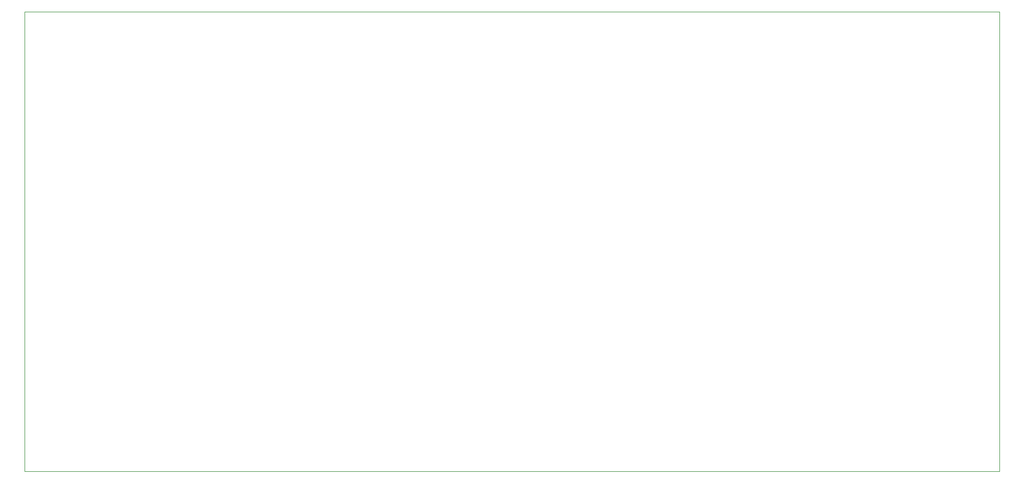
<source format=gm1>
%TF.GenerationSoftware,KiCad,Pcbnew,5.1.10-88a1d61d58~90~ubuntu20.04.1*%
%TF.CreationDate,2021-08-26T08:22:14+02:00*%
%TF.ProjectId,promprog2,70726f6d-7072-46f6-9732-2e6b69636164,rev?*%
%TF.SameCoordinates,PX42c1d80PY8677d40*%
%TF.FileFunction,Profile,NP*%
%FSLAX46Y46*%
G04 Gerber Fmt 4.6, Leading zero omitted, Abs format (unit mm)*
G04 Created by KiCad (PCBNEW 5.1.10-88a1d61d58~90~ubuntu20.04.1) date 2021-08-26 08:22:14*
%MOMM*%
%LPD*%
G01*
G04 APERTURE LIST*
%TA.AperFunction,Profile*%
%ADD10C,0.100000*%
%TD*%
G04 APERTURE END LIST*
D10*
X0Y73000000D02*
X0Y0D01*
X154500000Y73000000D02*
X0Y73000000D01*
X154500000Y0D02*
X154500000Y73000000D01*
X0Y0D02*
X154500000Y0D01*
M02*

</source>
